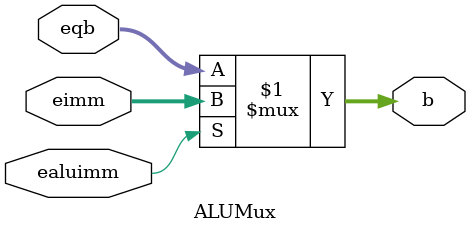
<source format=v>
`timescale 1ns / 1ps

module ALUMux(
    input [31:0] eqb,
    input [31:0] eimm,
    input ealuimm,
    output [31:0] b
    );
    
    assign b = ealuimm?eimm:eqb;
endmodule

</source>
